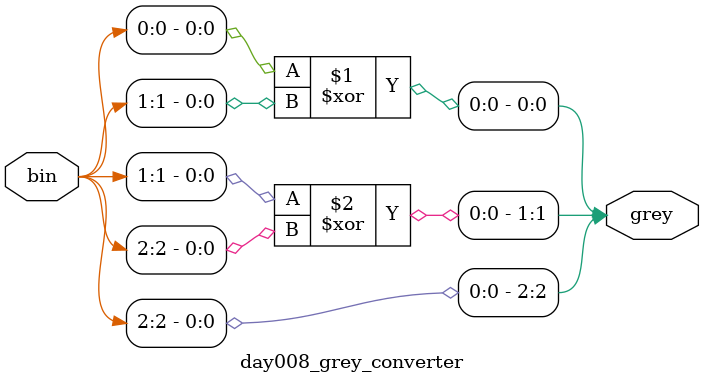
<source format=sv>
`timescale 1ns / 1ps

module day008_grey_converter #(parameter width = 3) (
    input logic [width-1:0] bin,
    output logic [width-1:0] grey
);

genvar i;
generate
    for (i = 0; i < width; i++) begin
        assign grey[i] = (i == (width - 1)) ? bin[i] : (bin[i] ^ bin[i+1]);
    end
endgenerate

endmodule
</source>
